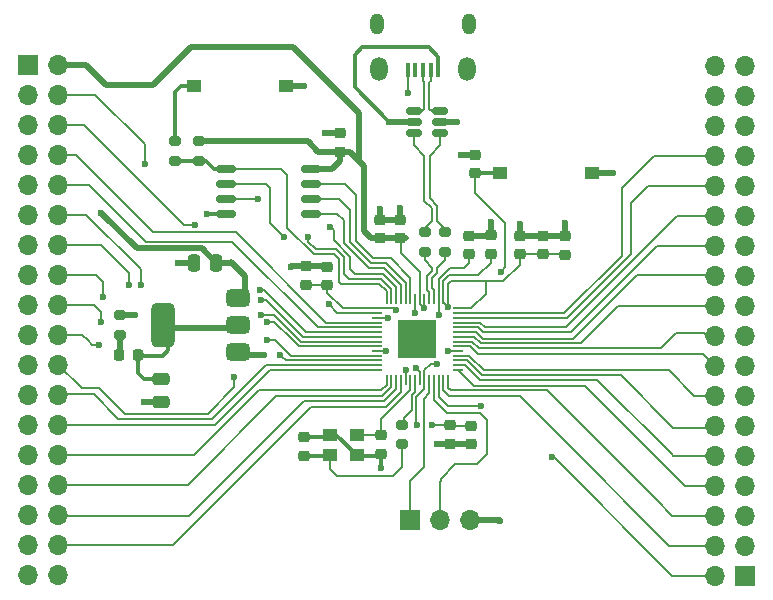
<source format=gbr>
%TF.GenerationSoftware,KiCad,Pcbnew,9.0.0*%
%TF.CreationDate,2025-07-15T18:26:09+02:00*%
%TF.ProjectId,RP2040,52503230-3430-42e6-9b69-6361645f7063,rev?*%
%TF.SameCoordinates,Original*%
%TF.FileFunction,Copper,L1,Top*%
%TF.FilePolarity,Positive*%
%FSLAX46Y46*%
G04 Gerber Fmt 4.6, Leading zero omitted, Abs format (unit mm)*
G04 Created by KiCad (PCBNEW 9.0.0) date 2025-07-15 18:26:09*
%MOMM*%
%LPD*%
G01*
G04 APERTURE LIST*
G04 Aperture macros list*
%AMRoundRect*
0 Rectangle with rounded corners*
0 $1 Rounding radius*
0 $2 $3 $4 $5 $6 $7 $8 $9 X,Y pos of 4 corners*
0 Add a 4 corners polygon primitive as box body*
4,1,4,$2,$3,$4,$5,$6,$7,$8,$9,$2,$3,0*
0 Add four circle primitives for the rounded corners*
1,1,$1+$1,$2,$3*
1,1,$1+$1,$4,$5*
1,1,$1+$1,$6,$7*
1,1,$1+$1,$8,$9*
0 Add four rect primitives between the rounded corners*
20,1,$1+$1,$2,$3,$4,$5,0*
20,1,$1+$1,$4,$5,$6,$7,0*
20,1,$1+$1,$6,$7,$8,$9,0*
20,1,$1+$1,$8,$9,$2,$3,0*%
G04 Aperture macros list end*
%TA.AperFunction,SMDPad,CuDef*%
%ADD10RoundRect,0.225000X0.250000X-0.225000X0.250000X0.225000X-0.250000X0.225000X-0.250000X-0.225000X0*%
%TD*%
%TA.AperFunction,SMDPad,CuDef*%
%ADD11RoundRect,0.225000X-0.250000X0.225000X-0.250000X-0.225000X0.250000X-0.225000X0.250000X0.225000X0*%
%TD*%
%TA.AperFunction,ComponentPad*%
%ADD12R,1.700000X1.700000*%
%TD*%
%TA.AperFunction,ComponentPad*%
%ADD13O,1.700000X1.700000*%
%TD*%
%TA.AperFunction,SMDPad,CuDef*%
%ADD14RoundRect,0.225000X-0.225000X-0.250000X0.225000X-0.250000X0.225000X0.250000X-0.225000X0.250000X0*%
%TD*%
%TA.AperFunction,SMDPad,CuDef*%
%ADD15R,1.300000X1.050000*%
%TD*%
%TA.AperFunction,SMDPad,CuDef*%
%ADD16R,1.250000X1.000000*%
%TD*%
%TA.AperFunction,SMDPad,CuDef*%
%ADD17RoundRect,0.250000X-0.475000X0.250000X-0.475000X-0.250000X0.475000X-0.250000X0.475000X0.250000X0*%
%TD*%
%TA.AperFunction,SMDPad,CuDef*%
%ADD18RoundRect,0.200000X-0.275000X0.200000X-0.275000X-0.200000X0.275000X-0.200000X0.275000X0.200000X0*%
%TD*%
%TA.AperFunction,SMDPad,CuDef*%
%ADD19RoundRect,0.200000X0.275000X-0.200000X0.275000X0.200000X-0.275000X0.200000X-0.275000X-0.200000X0*%
%TD*%
%TA.AperFunction,SMDPad,CuDef*%
%ADD20RoundRect,0.162500X-0.650000X-0.162500X0.650000X-0.162500X0.650000X0.162500X-0.650000X0.162500X0*%
%TD*%
%TA.AperFunction,SMDPad,CuDef*%
%ADD21RoundRect,0.150000X0.512500X0.150000X-0.512500X0.150000X-0.512500X-0.150000X0.512500X-0.150000X0*%
%TD*%
%TA.AperFunction,SMDPad,CuDef*%
%ADD22RoundRect,0.250000X0.250000X0.475000X-0.250000X0.475000X-0.250000X-0.475000X0.250000X-0.475000X0*%
%TD*%
%TA.AperFunction,SMDPad,CuDef*%
%ADD23R,0.450000X1.300000*%
%TD*%
%TA.AperFunction,HeatsinkPad*%
%ADD24O,1.150000X1.800000*%
%TD*%
%TA.AperFunction,HeatsinkPad*%
%ADD25O,1.450000X2.000000*%
%TD*%
%TA.AperFunction,SMDPad,CuDef*%
%ADD26RoundRect,0.050000X-0.387500X-0.050000X0.387500X-0.050000X0.387500X0.050000X-0.387500X0.050000X0*%
%TD*%
%TA.AperFunction,SMDPad,CuDef*%
%ADD27RoundRect,0.050000X-0.050000X-0.387500X0.050000X-0.387500X0.050000X0.387500X-0.050000X0.387500X0*%
%TD*%
%TA.AperFunction,HeatsinkPad*%
%ADD28R,3.200000X3.200000*%
%TD*%
%TA.AperFunction,SMDPad,CuDef*%
%ADD29RoundRect,0.375000X0.625000X0.375000X-0.625000X0.375000X-0.625000X-0.375000X0.625000X-0.375000X0*%
%TD*%
%TA.AperFunction,SMDPad,CuDef*%
%ADD30RoundRect,0.500000X0.500000X1.400000X-0.500000X1.400000X-0.500000X-1.400000X0.500000X-1.400000X0*%
%TD*%
%TA.AperFunction,ViaPad*%
%ADD31C,0.600000*%
%TD*%
%TA.AperFunction,Conductor*%
%ADD32C,0.500000*%
%TD*%
%TA.AperFunction,Conductor*%
%ADD33C,0.200000*%
%TD*%
%TA.AperFunction,Conductor*%
%ADD34C,0.300000*%
%TD*%
G04 APERTURE END LIST*
D10*
%TO.P,C9,1*%
%TO.N,+3V3*%
X159240000Y-54835000D03*
%TO.P,C9,2*%
%TO.N,GND*%
X159240000Y-53285000D03*
%TD*%
D11*
%TO.P,C3,1*%
%TO.N,+1V1*%
X155100000Y-69330000D03*
%TO.P,C3,2*%
%TO.N,GND*%
X155100000Y-70880000D03*
%TD*%
D12*
%TO.P,J1,1,Pin_1*%
%TO.N,GND*%
X117660000Y-38800000D03*
D13*
%TO.P,J1,2,Pin_2*%
%TO.N,+3V3*%
X120200000Y-38800000D03*
%TO.P,J1,3,Pin_3*%
%TO.N,GND*%
X117660000Y-41340000D03*
%TO.P,J1,4,Pin_4*%
%TO.N,GPIO0*%
X120200000Y-41340000D03*
%TO.P,J1,5,Pin_5*%
%TO.N,GND*%
X117660000Y-43880000D03*
%TO.P,J1,6,Pin_6*%
%TO.N,GPIO1*%
X120200000Y-43880000D03*
%TO.P,J1,7,Pin_7*%
%TO.N,GND*%
X117660000Y-46420000D03*
%TO.P,J1,8,Pin_8*%
%TO.N,GPIO2*%
X120200000Y-46420000D03*
%TO.P,J1,9,Pin_9*%
%TO.N,GND*%
X117660000Y-48960000D03*
%TO.P,J1,10,Pin_10*%
%TO.N,GPIO3*%
X120200000Y-48960000D03*
%TO.P,J1,11,Pin_11*%
%TO.N,GND*%
X117660000Y-51500000D03*
%TO.P,J1,12,Pin_12*%
%TO.N,GPIO4*%
X120200000Y-51500000D03*
%TO.P,J1,13,Pin_13*%
%TO.N,GND*%
X117660000Y-54040000D03*
%TO.P,J1,14,Pin_14*%
%TO.N,GPIO5*%
X120200000Y-54040000D03*
%TO.P,J1,15,Pin_15*%
%TO.N,GND*%
X117660000Y-56580000D03*
%TO.P,J1,16,Pin_16*%
%TO.N,GPIO6*%
X120200000Y-56580000D03*
%TO.P,J1,17,Pin_17*%
%TO.N,GND*%
X117660000Y-59120000D03*
%TO.P,J1,18,Pin_18*%
%TO.N,GPIO7*%
X120200000Y-59120000D03*
%TO.P,J1,19,Pin_19*%
%TO.N,GND*%
X117660000Y-61660000D03*
%TO.P,J1,20,Pin_20*%
%TO.N,GPIO8*%
X120200000Y-61660000D03*
%TO.P,J1,21,Pin_21*%
%TO.N,GND*%
X117660000Y-64200000D03*
%TO.P,J1,22,Pin_22*%
%TO.N,GPIO9*%
X120200000Y-64200000D03*
%TO.P,J1,23,Pin_23*%
%TO.N,GND*%
X117660000Y-66740000D03*
%TO.P,J1,24,Pin_24*%
%TO.N,GPIO10*%
X120200000Y-66740000D03*
%TO.P,J1,25,Pin_25*%
%TO.N,GND*%
X117660000Y-69280000D03*
%TO.P,J1,26,Pin_26*%
%TO.N,GPIO11*%
X120200000Y-69280000D03*
%TO.P,J1,27,Pin_27*%
%TO.N,GND*%
X117660000Y-71820000D03*
%TO.P,J1,28,Pin_28*%
%TO.N,GPIO12*%
X120200000Y-71820000D03*
%TO.P,J1,29,Pin_29*%
%TO.N,GND*%
X117660000Y-74360000D03*
%TO.P,J1,30,Pin_30*%
%TO.N,GPIO13*%
X120200000Y-74360000D03*
%TO.P,J1,31,Pin_31*%
%TO.N,GND*%
X117660000Y-76900000D03*
%TO.P,J1,32,Pin_32*%
%TO.N,GPIO14*%
X120200000Y-76900000D03*
%TO.P,J1,33,Pin_33*%
%TO.N,GND*%
X117660000Y-79440000D03*
%TO.P,J1,34,Pin_34*%
%TO.N,GPIO15*%
X120200000Y-79440000D03*
%TO.P,J1,35,Pin_35*%
%TO.N,GND*%
X117660000Y-81980000D03*
%TO.P,J1,36,Pin_36*%
X120200000Y-81980000D03*
%TD*%
D14*
%TO.P,D1,1,K*%
%TO.N,Net-(D1-K)*%
X125365000Y-63350000D03*
%TO.P,D1,2,A*%
%TO.N,Net-(D1-A)*%
X126915000Y-63350000D03*
%TD*%
D10*
%TO.P,C6,1*%
%TO.N,+3V3*%
X149140000Y-53450000D03*
%TO.P,C6,2*%
%TO.N,GND*%
X149140000Y-51900000D03*
%TD*%
D12*
%TO.P,SWD,1,Pin_1*%
%TO.N,SWCLK*%
X150005000Y-77340000D03*
D13*
%TO.P,SWD,2,Pin_2*%
%TO.N,SWD*%
X152545000Y-77340000D03*
%TO.P,SWD,3,Pin_3*%
%TO.N,GND*%
X155085000Y-77340000D03*
%TD*%
D15*
%TO.P,X1,1,1*%
%TO.N,XIN*%
X145452500Y-70115000D03*
%TO.P,X1,2,2*%
%TO.N,GND*%
X143152500Y-70115000D03*
%TO.P,X1,3,3*%
%TO.N,Net-(C15-Pad2)*%
X143152500Y-71865000D03*
%TO.P,X1,4,4*%
%TO.N,GND*%
X145452500Y-71865000D03*
%TD*%
D16*
%TO.P,BOOTSEL,1,A*%
%TO.N,GND*%
X139462500Y-40595000D03*
%TO.P,BOOTSEL,2,B*%
%TO.N,Net-(SW1-B)*%
X131712500Y-40595000D03*
%TD*%
D11*
%TO.P,C13,1*%
%TO.N,GND*%
X155470000Y-46420000D03*
%TO.P,C13,2*%
%TO.N,Net-(SW2-B)*%
X155470000Y-47970000D03*
%TD*%
D17*
%TO.P,C17,1*%
%TO.N,Net-(D1-A)*%
X128880000Y-65430000D03*
%TO.P,C17,2*%
%TO.N,GND*%
X128880000Y-67330000D03*
%TD*%
D18*
%TO.P,R2,1*%
%TO.N,+3V3*%
X132087500Y-45270000D03*
%TO.P,R2,2*%
%TO.N,QSPI_SS*%
X132087500Y-46920000D03*
%TD*%
%TO.P,R1,1*%
%TO.N,Net-(SW1-B)*%
X130087500Y-45270000D03*
%TO.P,R1,2*%
%TO.N,QSPI_SS*%
X130087500Y-46920000D03*
%TD*%
D11*
%TO.P,C15,1*%
%TO.N,GND*%
X140952500Y-70340000D03*
%TO.P,C15,2*%
%TO.N,Net-(C15-Pad2)*%
X140952500Y-71890000D03*
%TD*%
D10*
%TO.P,C8,1*%
%TO.N,+3V3*%
X161240000Y-54835000D03*
%TO.P,C8,2*%
%TO.N,GND*%
X161240000Y-53285000D03*
%TD*%
D16*
%TO.P,RESET,1,A*%
%TO.N,GND*%
X165345000Y-47920000D03*
%TO.P,RESET,2,B*%
%TO.N,Net-(SW2-B)*%
X157595000Y-47920000D03*
%TD*%
D19*
%TO.P,R6,1*%
%TO.N,Net-(D1-K)*%
X125370000Y-61640000D03*
%TO.P,R6,2*%
%TO.N,GND*%
X125370000Y-59990000D03*
%TD*%
D10*
%TO.P,C4,1*%
%TO.N,+3V3*%
X142930000Y-57420000D03*
%TO.P,C4,2*%
%TO.N,GND*%
X142930000Y-55870000D03*
%TD*%
D11*
%TO.P,C2,1*%
%TO.N,+1V1*%
X153340000Y-69310000D03*
%TO.P,C2,2*%
%TO.N,GND*%
X153340000Y-70860000D03*
%TD*%
D10*
%TO.P,C1,1*%
%TO.N,+3V3*%
X144020000Y-46150000D03*
%TO.P,C1,2*%
%TO.N,GND*%
X144020000Y-44600000D03*
%TD*%
D12*
%TO.P,J2,1,Pin_1*%
%TO.N,GND*%
X178300000Y-82040000D03*
D13*
%TO.P,J2,2,Pin_2*%
%TO.N,+3V3*%
X175760000Y-82040000D03*
%TO.P,J2,3,Pin_3*%
%TO.N,GND*%
X178300000Y-79500000D03*
%TO.P,J2,4,Pin_4*%
%TO.N,GPIO16*%
X175760000Y-79500000D03*
%TO.P,J2,5,Pin_5*%
%TO.N,GND*%
X178300000Y-76960000D03*
%TO.P,J2,6,Pin_6*%
%TO.N,GPIO17*%
X175760000Y-76960000D03*
%TO.P,J2,7,Pin_7*%
%TO.N,GND*%
X178300000Y-74420000D03*
%TO.P,J2,8,Pin_8*%
%TO.N,GPIO18*%
X175760000Y-74420000D03*
%TO.P,J2,9,Pin_9*%
%TO.N,GND*%
X178300000Y-71880000D03*
%TO.P,J2,10,Pin_10*%
%TO.N,GPIO19*%
X175760000Y-71880000D03*
%TO.P,J2,11,Pin_11*%
%TO.N,GND*%
X178300000Y-69340000D03*
%TO.P,J2,12,Pin_12*%
%TO.N,GPIO20*%
X175760000Y-69340000D03*
%TO.P,J2,13,Pin_13*%
%TO.N,GND*%
X178300000Y-66800000D03*
%TO.P,J2,14,Pin_14*%
%TO.N,GPIO21*%
X175760000Y-66800000D03*
%TO.P,J2,15,Pin_15*%
%TO.N,GND*%
X178300000Y-64260000D03*
%TO.P,J2,16,Pin_16*%
%TO.N,GPIO22*%
X175760000Y-64260000D03*
%TO.P,J2,17,Pin_17*%
%TO.N,GND*%
X178300000Y-61720000D03*
%TO.P,J2,18,Pin_18*%
%TO.N,GPIO23*%
X175760000Y-61720000D03*
%TO.P,J2,19,Pin_19*%
%TO.N,GND*%
X178300000Y-59180000D03*
%TO.P,J2,20,Pin_20*%
%TO.N,GPIO24*%
X175760000Y-59180000D03*
%TO.P,J2,21,Pin_21*%
%TO.N,GND*%
X178300000Y-56640000D03*
%TO.P,J2,22,Pin_22*%
%TO.N,GPIO25*%
X175760000Y-56640000D03*
%TO.P,J2,23,Pin_23*%
%TO.N,GND*%
X178300000Y-54100000D03*
%TO.P,J2,24,Pin_24*%
%TO.N,GPIO26_ADC0*%
X175760000Y-54100000D03*
%TO.P,J2,25,Pin_25*%
%TO.N,GND*%
X178300000Y-51560000D03*
%TO.P,J2,26,Pin_26*%
%TO.N,GPIO27_ADC1*%
X175760000Y-51560000D03*
%TO.P,J2,27,Pin_27*%
%TO.N,GND*%
X178300000Y-49020000D03*
%TO.P,J2,28,Pin_28*%
%TO.N,GPIO28_ADC2*%
X175760000Y-49020000D03*
%TO.P,J2,29,Pin_29*%
%TO.N,GND*%
X178300000Y-46480000D03*
%TO.P,J2,30,Pin_30*%
%TO.N,GPIO29_ADC3*%
X175760000Y-46480000D03*
%TO.P,J2,31,Pin_31*%
%TO.N,GND*%
X178300000Y-43940000D03*
%TO.P,J2,32,Pin_32*%
%TO.N,unconnected-(J2-Pin_32-Pad32)*%
X175760000Y-43940000D03*
%TO.P,J2,33,Pin_33*%
%TO.N,GND*%
X178300000Y-41400000D03*
%TO.P,J2,34,Pin_34*%
%TO.N,unconnected-(J2-Pin_34-Pad34)*%
X175760000Y-41400000D03*
%TO.P,J2,35,Pin_35*%
%TO.N,GND*%
X178300000Y-38860000D03*
%TO.P,J2,36,Pin_36*%
X175760000Y-38860000D03*
%TD*%
D20*
%TO.P,U1,1,~{CS}*%
%TO.N,QSPI_SS*%
X134412500Y-47595000D03*
%TO.P,U1,2,DO/IO_{1}*%
%TO.N,QSPI_SD1*%
X134412500Y-48865000D03*
%TO.P,U1,3,~{WP}/IO_{2}*%
%TO.N,QSPI_SD2*%
X134412500Y-50135000D03*
%TO.P,U1,4,GND*%
%TO.N,GND*%
X134412500Y-51405000D03*
%TO.P,U1,5,DI/IO_{0}*%
%TO.N,QSPI_SD0*%
X141587500Y-51405000D03*
%TO.P,U1,6,CLK*%
%TO.N,QSPI_SCLK*%
X141587500Y-50135000D03*
%TO.P,U1,7,~{HOLD}/~{RESET}/IO_{3}*%
%TO.N,QSPI_SD3*%
X141587500Y-48865000D03*
%TO.P,U1,8,VCC*%
%TO.N,+3V3*%
X141587500Y-47595000D03*
%TD*%
D10*
%TO.P,C5,1*%
%TO.N,+3V3*%
X141120000Y-57415000D03*
%TO.P,C5,2*%
%TO.N,GND*%
X141120000Y-55865000D03*
%TD*%
%TO.P,C14,1*%
%TO.N,GND*%
X147507500Y-71720000D03*
%TO.P,C14,2*%
%TO.N,XIN*%
X147507500Y-70170000D03*
%TD*%
D21*
%TO.P,U3,1,I/O1*%
%TO.N,/U_D-*%
X152545000Y-44600000D03*
%TO.P,U3,2,GND*%
%TO.N,GND*%
X152545000Y-43650000D03*
%TO.P,U3,3,I/O2*%
%TO.N,USB_CONN_D-*%
X152545000Y-42700000D03*
%TO.P,U3,4,I/O2*%
%TO.N,USB_CONN_D+*%
X150270000Y-42700000D03*
%TO.P,U3,5,VBUS*%
%TO.N,VBUS*%
X150270000Y-43650000D03*
%TO.P,U3,6,I/O1*%
%TO.N,/U_D+*%
X150270000Y-44600000D03*
%TD*%
D10*
%TO.P,C11,1*%
%TO.N,+1V1*%
X154980000Y-54830000D03*
%TO.P,C11,2*%
%TO.N,GND*%
X154980000Y-53280000D03*
%TD*%
D22*
%TO.P,C16,1*%
%TO.N,VBUS*%
X133580000Y-55540000D03*
%TO.P,C16,2*%
%TO.N,GND*%
X131680000Y-55540000D03*
%TD*%
D10*
%TO.P,C10,1*%
%TO.N,+3V3*%
X163110000Y-54855000D03*
%TO.P,C10,2*%
%TO.N,GND*%
X163110000Y-53305000D03*
%TD*%
D18*
%TO.P,R4,1*%
%TO.N,/U_D-*%
X152895000Y-52985000D03*
%TO.P,R4,2*%
%TO.N,/USB_D-*%
X152895000Y-54635000D03*
%TD*%
D19*
%TO.P,R5,1*%
%TO.N,Net-(C15-Pad2)*%
X149287500Y-70930000D03*
%TO.P,R5,2*%
%TO.N,XOUT*%
X149287500Y-69280000D03*
%TD*%
D10*
%TO.P,C7,1*%
%TO.N,+3V3*%
X147410000Y-53470000D03*
%TO.P,C7,2*%
%TO.N,GND*%
X147410000Y-51920000D03*
%TD*%
D23*
%TO.P,USB,1,VBUS*%
%TO.N,VBUS*%
X152355000Y-39205000D03*
%TO.P,USB,2,D-*%
%TO.N,USB_CONN_D-*%
X151705000Y-39205000D03*
%TO.P,USB,3,D+*%
%TO.N,USB_CONN_D+*%
X151055000Y-39205000D03*
%TO.P,USB,4,ID*%
%TO.N,unconnected-(J4-ID-Pad4)*%
X150405000Y-39205000D03*
%TO.P,USB,5,GND*%
%TO.N,GND*%
X149755000Y-39205000D03*
D24*
%TO.P,USB,6,Shield*%
X154930000Y-35355000D03*
D25*
X154780000Y-39155000D03*
X147330000Y-39155000D03*
D24*
X147180000Y-35355000D03*
%TD*%
D26*
%TO.P,U2,1,IOVDD*%
%TO.N,+3V3*%
X147147500Y-59420000D03*
%TO.P,U2,2,GPIO0*%
%TO.N,GPIO0*%
X147147500Y-59820000D03*
%TO.P,U2,3,GPIO1*%
%TO.N,GPIO1*%
X147147500Y-60220000D03*
%TO.P,U2,4,GPIO2*%
%TO.N,GPIO2*%
X147147500Y-60620000D03*
%TO.P,U2,5,GPIO3*%
%TO.N,GPIO3*%
X147147500Y-61020000D03*
%TO.P,U2,6,GPIO4*%
%TO.N,GPIO4*%
X147147500Y-61420000D03*
%TO.P,U2,7,GPIO5*%
%TO.N,GPIO5*%
X147147500Y-61820000D03*
%TO.P,U2,8,GPIO6*%
%TO.N,GPIO6*%
X147147500Y-62220000D03*
%TO.P,U2,9,GPIO7*%
%TO.N,GPIO7*%
X147147500Y-62620000D03*
%TO.P,U2,10,IOVDD*%
%TO.N,+3V3*%
X147147500Y-63020000D03*
%TO.P,U2,11,GPIO8*%
%TO.N,GPIO8*%
X147147500Y-63420000D03*
%TO.P,U2,12,GPIO9*%
%TO.N,GPIO9*%
X147147500Y-63820000D03*
%TO.P,U2,13,GPIO10*%
%TO.N,GPIO10*%
X147147500Y-64220000D03*
%TO.P,U2,14,GPIO11*%
%TO.N,GPIO11*%
X147147500Y-64620000D03*
D27*
%TO.P,U2,15,GPIO12*%
%TO.N,GPIO12*%
X147985000Y-65457500D03*
%TO.P,U2,16,GPIO13*%
%TO.N,GPIO13*%
X148385000Y-65457500D03*
%TO.P,U2,17,GPIO14*%
%TO.N,GPIO14*%
X148785000Y-65457500D03*
%TO.P,U2,18,GPIO15*%
%TO.N,GPIO15*%
X149185000Y-65457500D03*
%TO.P,U2,19,TESTEN*%
%TO.N,GND*%
X149585000Y-65457500D03*
%TO.P,U2,20,XIN*%
%TO.N,XIN*%
X149985000Y-65457500D03*
%TO.P,U2,21,XOUT*%
%TO.N,XOUT*%
X150385000Y-65457500D03*
%TO.P,U2,22,IOVDD*%
%TO.N,+3V3*%
X150785000Y-65457500D03*
%TO.P,U2,23,DVDD*%
%TO.N,+1V1*%
X151185000Y-65457500D03*
%TO.P,U2,24,SWCLK*%
%TO.N,SWCLK*%
X151585000Y-65457500D03*
%TO.P,U2,25,SWD*%
%TO.N,SWD*%
X151985000Y-65457500D03*
%TO.P,U2,26,RUN*%
%TO.N,Net-(SW2-B)*%
X152385000Y-65457500D03*
%TO.P,U2,27,GPIO16*%
%TO.N,GPIO16*%
X152785000Y-65457500D03*
%TO.P,U2,28,GPIO17*%
%TO.N,GPIO17*%
X153185000Y-65457500D03*
D26*
%TO.P,U2,29,GPIO18*%
%TO.N,GPIO18*%
X154022500Y-64620000D03*
%TO.P,U2,30,GPIO19*%
%TO.N,GPIO19*%
X154022500Y-64220000D03*
%TO.P,U2,31,GPIO20*%
%TO.N,GPIO20*%
X154022500Y-63820000D03*
%TO.P,U2,32,GPIO21*%
%TO.N,GPIO21*%
X154022500Y-63420000D03*
%TO.P,U2,33,IOVDD*%
%TO.N,+3V3*%
X154022500Y-63020000D03*
%TO.P,U2,34,GPIO22*%
%TO.N,GPIO22*%
X154022500Y-62620000D03*
%TO.P,U2,35,GPIO23*%
%TO.N,GPIO23*%
X154022500Y-62220000D03*
%TO.P,U2,36,GPIO24*%
%TO.N,GPIO24*%
X154022500Y-61820000D03*
%TO.P,U2,37,GPIO25*%
%TO.N,GPIO25*%
X154022500Y-61420000D03*
%TO.P,U2,38,GPIO26_ADC0*%
%TO.N,GPIO26_ADC0*%
X154022500Y-61020000D03*
%TO.P,U2,39,GPIO27_ADC1*%
%TO.N,GPIO27_ADC1*%
X154022500Y-60620000D03*
%TO.P,U2,40,GPIO28_ADC2*%
%TO.N,GPIO28_ADC2*%
X154022500Y-60220000D03*
%TO.P,U2,41,GPIO29_ADC3*%
%TO.N,GPIO29_ADC3*%
X154022500Y-59820000D03*
%TO.P,U2,42,IOVDD*%
%TO.N,+3V3*%
X154022500Y-59420000D03*
D27*
%TO.P,U2,43,ADC_AVDD*%
X153185000Y-58582500D03*
%TO.P,U2,44,VREG_IN*%
X152785000Y-58582500D03*
%TO.P,U2,45,VREG_VOUT*%
%TO.N,+1V1*%
X152385000Y-58582500D03*
%TO.P,U2,46,USB_DM*%
%TO.N,/USB_D-*%
X151985000Y-58582500D03*
%TO.P,U2,47,USB_DP*%
%TO.N,/USB_D+*%
X151585000Y-58582500D03*
%TO.P,U2,48,USB_VDD*%
%TO.N,+3V3*%
X151185000Y-58582500D03*
%TO.P,U2,49,IOVDD*%
X150785000Y-58582500D03*
%TO.P,U2,50,DVDD*%
%TO.N,+1V1*%
X150385000Y-58582500D03*
%TO.P,U2,51,QSPI_SD3*%
%TO.N,QSPI_SD3*%
X149985000Y-58582500D03*
%TO.P,U2,52,QSPI_SCLK*%
%TO.N,QSPI_SCLK*%
X149585000Y-58582500D03*
%TO.P,U2,53,QSPI_SD0*%
%TO.N,QSPI_SD0*%
X149185000Y-58582500D03*
%TO.P,U2,54,QSPI_SD2*%
%TO.N,QSPI_SD2*%
X148785000Y-58582500D03*
%TO.P,U2,55,QSPI_SD1*%
%TO.N,QSPI_SD1*%
X148385000Y-58582500D03*
%TO.P,U2,56,QSPI_SS*%
%TO.N,QSPI_SS*%
X147985000Y-58582500D03*
D28*
%TO.P,U2,57,GND*%
%TO.N,GND*%
X150585000Y-62020000D03*
%TD*%
D18*
%TO.P,R3,1*%
%TO.N,/U_D+*%
X151220000Y-52985000D03*
%TO.P,R3,2*%
%TO.N,/USB_D+*%
X151220000Y-54635000D03*
%TD*%
D29*
%TO.P,U4,1,GND*%
%TO.N,GND*%
X135360000Y-63090000D03*
%TO.P,U4,2,VO*%
%TO.N,Net-(D1-A)*%
X135360000Y-60790000D03*
D30*
X129060000Y-60790000D03*
D29*
%TO.P,U4,3,VI*%
%TO.N,VBUS*%
X135360000Y-58490000D03*
%TD*%
D10*
%TO.P,C12,1*%
%TO.N,+3V3*%
X156780000Y-54770000D03*
%TO.P,C12,2*%
%TO.N,GND*%
X156780000Y-53220000D03*
%TD*%
D31*
%TO.N,GND*%
X149530000Y-61080000D03*
X127425000Y-67325000D03*
X149540000Y-62020000D03*
X132760000Y-51405000D03*
X137590000Y-63370000D03*
X159240000Y-52230000D03*
X156790000Y-52110000D03*
X163110000Y-52200000D03*
X150585000Y-62020000D03*
X151600000Y-61990000D03*
X149597315Y-64635185D03*
X150570000Y-63020000D03*
X142770000Y-44570000D03*
X154260000Y-46440000D03*
X140960000Y-40600000D03*
X151590000Y-61150000D03*
X153980000Y-43660000D03*
X152280000Y-70860000D03*
X130280000Y-55540000D03*
X149135000Y-50900000D03*
X167120000Y-47920000D03*
X157600000Y-77380000D03*
X139920000Y-55870000D03*
X147425000Y-50960000D03*
X150560000Y-61140000D03*
X151600000Y-63020000D03*
X149770000Y-41190000D03*
X126710000Y-59990000D03*
X149530000Y-63070000D03*
X147517500Y-72910000D03*
%TO.N,+3V3*%
X162020000Y-71960000D03*
X151146290Y-59360491D03*
X150490000Y-64490000D03*
X153180000Y-59300000D03*
X147967668Y-63029497D03*
X148794923Y-59520000D03*
X153160000Y-63020000D03*
%TO.N,+1V1*%
X150520000Y-69320000D03*
X152240000Y-64130000D03*
X150385000Y-59805000D03*
X152426391Y-59982128D03*
X151800000Y-69310000D03*
%TO.N,Net-(SW2-B)*%
X157630000Y-56310000D03*
X156010000Y-67660000D03*
%TO.N,VBUS*%
X123830000Y-51320000D03*
X148200000Y-43650000D03*
%TO.N,GPIO8*%
X137830000Y-62060000D03*
X123610000Y-62520000D03*
%TO.N,GPIO7*%
X123790000Y-60550000D03*
X137860000Y-60560000D03*
%TO.N,GPIO6*%
X123960000Y-58470000D03*
X137349944Y-59943683D03*
%TO.N,GPIO9*%
X135100000Y-65250000D03*
X138955735Y-63344265D03*
%TO.N,GPIO5*%
X137340000Y-58660000D03*
X126180000Y-57450000D03*
%TO.N,GPIO4*%
X137275347Y-57862614D03*
X127150000Y-57410000D03*
%TO.N,GPIO0*%
X127490000Y-47170000D03*
X143065735Y-59074265D03*
%TO.N,GPIO1*%
X131750000Y-52330000D03*
X148140000Y-60210000D03*
%TO.N,QSPI_SD2*%
X143225000Y-52505000D03*
X137120000Y-50130000D03*
%TO.N,QSPI_SD1*%
X139270000Y-53400000D03*
X141300000Y-53370000D03*
%TD*%
D32*
%TO.N,GND*%
X155085000Y-77340000D02*
X155085000Y-76885000D01*
D33*
X149590000Y-64740000D02*
X149590000Y-64642500D01*
X139925000Y-55865000D02*
X139920000Y-55870000D01*
D32*
X127425000Y-67325000D02*
X127420000Y-67320000D01*
D33*
X142925000Y-55865000D02*
X142930000Y-55870000D01*
D32*
X153340000Y-70860000D02*
X155080000Y-70860000D01*
X131680000Y-55540000D02*
X130280000Y-55540000D01*
X135800000Y-63370000D02*
X137590000Y-63370000D01*
X155470000Y-46420000D02*
X154280000Y-46420000D01*
D34*
X145927500Y-71940000D02*
X147552500Y-71940000D01*
D33*
X159175000Y-53220000D02*
X159240000Y-53285000D01*
X149755000Y-41175000D02*
X149770000Y-41190000D01*
D32*
X142800000Y-44600000D02*
X142770000Y-44570000D01*
X149140000Y-50905000D02*
X149135000Y-50900000D01*
X156780000Y-53220000D02*
X156780000Y-52120000D01*
X165345000Y-47920000D02*
X167120000Y-47920000D01*
D34*
X147507500Y-71720000D02*
X147507500Y-72900000D01*
X147507500Y-72900000D02*
X147517500Y-72910000D01*
D32*
X159240000Y-53285000D02*
X159240000Y-52230000D01*
D33*
X156780000Y-52120000D02*
X156790000Y-52110000D01*
D34*
X143702500Y-70115000D02*
X145452500Y-71865000D01*
D32*
X157560000Y-77340000D02*
X157600000Y-77380000D01*
D33*
X163090000Y-53285000D02*
X163110000Y-53305000D01*
D34*
X134412500Y-51405000D02*
X132760000Y-51405000D01*
D32*
X163110000Y-53305000D02*
X163110000Y-52200000D01*
X127430000Y-67330000D02*
X127425000Y-67325000D01*
X149140000Y-51900000D02*
X149140000Y-50905000D01*
X141120000Y-55865000D02*
X142925000Y-55865000D01*
X140955000Y-40595000D02*
X140960000Y-40600000D01*
X128880000Y-67330000D02*
X127430000Y-67330000D01*
X125370000Y-59990000D02*
X126710000Y-59990000D01*
D34*
X147282500Y-71945000D02*
X147507500Y-71720000D01*
D32*
X155085000Y-76885000D02*
X155470000Y-77270000D01*
X147410000Y-50975000D02*
X147425000Y-50960000D01*
X149120000Y-51920000D02*
X149140000Y-51900000D01*
D33*
X149590000Y-64642500D02*
X149597315Y-64635185D01*
X149755000Y-39205000D02*
X149755000Y-41175000D01*
D32*
X155080000Y-70860000D02*
X155100000Y-70880000D01*
X153340000Y-70860000D02*
X152280000Y-70860000D01*
X139462500Y-40595000D02*
X140955000Y-40595000D01*
D34*
X142927500Y-70340000D02*
X143152500Y-70115000D01*
D32*
X147410000Y-51920000D02*
X149120000Y-51920000D01*
D34*
X132735000Y-51405000D02*
X132720000Y-51420000D01*
D33*
X163110000Y-52200000D02*
X163110000Y-52160000D01*
D32*
X147410000Y-51920000D02*
X147410000Y-50975000D01*
D34*
X132760000Y-51405000D02*
X132735000Y-51405000D01*
X153970000Y-43650000D02*
X153980000Y-43660000D01*
D32*
X159240000Y-53285000D02*
X163090000Y-53285000D01*
D33*
X149585000Y-65457500D02*
X149585000Y-64745000D01*
D32*
X155085000Y-77340000D02*
X157560000Y-77340000D01*
D33*
X156720000Y-53280000D02*
X156780000Y-53220000D01*
X149585000Y-64745000D02*
X149590000Y-64740000D01*
D32*
X152675000Y-43650000D02*
X153970000Y-43650000D01*
D33*
X159240000Y-52230000D02*
X159230000Y-52220000D01*
D32*
X144020000Y-44600000D02*
X142800000Y-44600000D01*
D34*
X140952500Y-70340000D02*
X142927500Y-70340000D01*
X143152500Y-70115000D02*
X143702500Y-70115000D01*
D32*
X154980000Y-53280000D02*
X156720000Y-53280000D01*
X154280000Y-46420000D02*
X154260000Y-46440000D01*
X141120000Y-55865000D02*
X139925000Y-55865000D01*
D33*
%TO.N,+3V3*%
X153185000Y-58582500D02*
X153185000Y-59295000D01*
D32*
X131430000Y-37290000D02*
X140060000Y-37290000D01*
D33*
X153290000Y-56610000D02*
X155700000Y-56610000D01*
X144260000Y-59420000D02*
X146110000Y-59420000D01*
X159240000Y-55730000D02*
X159240000Y-54835000D01*
X152785000Y-58582500D02*
X152785000Y-58905000D01*
X147147500Y-63020000D02*
X147890000Y-63020000D01*
X152785000Y-58905000D02*
X153180000Y-59300000D01*
D32*
X120200000Y-38800000D02*
X122310000Y-38800000D01*
X146050000Y-47340000D02*
X146050000Y-52880000D01*
D33*
X155100000Y-59420000D02*
X156360000Y-58160000D01*
X150810000Y-56300000D02*
X149190000Y-54680000D01*
D32*
X142180000Y-46150000D02*
X144020000Y-46150000D01*
D33*
X151149509Y-59360491D02*
X151146290Y-59360491D01*
D32*
X149585000Y-53470000D02*
X148910000Y-53470000D01*
D33*
X148794923Y-59520000D02*
X148693923Y-59419000D01*
X150785000Y-65457500D02*
X150785000Y-64785000D01*
X150785000Y-64785000D02*
X150490000Y-64490000D01*
X156780000Y-55530000D02*
X156780000Y-54770000D01*
X142930000Y-58090000D02*
X144260000Y-59420000D01*
D32*
X122330000Y-38820000D02*
X122500000Y-38820000D01*
D33*
X156360000Y-57140000D02*
X156340000Y-57120000D01*
D32*
X140060000Y-37290000D02*
X145630000Y-42860000D01*
D33*
X153185000Y-57385000D02*
X153450000Y-57120000D01*
X151185000Y-59325000D02*
X151149509Y-59360491D01*
D32*
X122500000Y-38820000D02*
X124210000Y-40530000D01*
X145630000Y-46920000D02*
X146050000Y-47340000D01*
D33*
X148693923Y-59419000D02*
X147147500Y-59419000D01*
D32*
X124210000Y-40530000D02*
X128190000Y-40530000D01*
X143355000Y-47595000D02*
X141587500Y-47595000D01*
D33*
X146110000Y-59420000D02*
X147147500Y-59420000D01*
X141120000Y-57415000D02*
X142925000Y-57415000D01*
D32*
X144860000Y-46150000D02*
X146050000Y-47340000D01*
D33*
X162100000Y-71960000D02*
X162020000Y-71960000D01*
X153450000Y-57120000D02*
X156340000Y-57120000D01*
X152785000Y-58582500D02*
X152785000Y-57115000D01*
X156360000Y-58160000D02*
X156360000Y-57140000D01*
X150785000Y-58582500D02*
X150785000Y-58999201D01*
X162160000Y-72020000D02*
X162100000Y-71960000D01*
X156340000Y-57120000D02*
X157850000Y-57120000D01*
D32*
X144020000Y-46930000D02*
X143355000Y-47595000D01*
D33*
X154022500Y-63020000D02*
X153160000Y-63020000D01*
X163090000Y-54835000D02*
X163110000Y-54855000D01*
X175760000Y-82040000D02*
X172180000Y-82040000D01*
D32*
X144020000Y-46150000D02*
X144860000Y-46150000D01*
X147410000Y-53470000D02*
X148910000Y-53470000D01*
D33*
X159240000Y-54835000D02*
X159285000Y-54835000D01*
X159285000Y-54835000D02*
X159305000Y-54855000D01*
X150785000Y-58999201D02*
X151146290Y-59360491D01*
D32*
X141300000Y-45270000D02*
X142180000Y-46150000D01*
D33*
X157850000Y-57120000D02*
X159240000Y-55730000D01*
X153185000Y-59295000D02*
X153180000Y-59300000D01*
X150785000Y-58582500D02*
X150810000Y-58557500D01*
D32*
X146640000Y-53470000D02*
X147410000Y-53470000D01*
D33*
X154022500Y-59420000D02*
X155100000Y-59420000D01*
X159240000Y-54835000D02*
X163090000Y-54835000D01*
X142925000Y-57415000D02*
X142930000Y-57420000D01*
X147900000Y-63010000D02*
X147919497Y-63029497D01*
X142930000Y-57420000D02*
X142930000Y-58090000D01*
D32*
X128190000Y-40530000D02*
X131430000Y-37290000D01*
X145630000Y-42860000D02*
X145630000Y-46920000D01*
D33*
X152785000Y-57115000D02*
X153290000Y-56610000D01*
D32*
X144020000Y-46150000D02*
X144020000Y-46930000D01*
D33*
X172180000Y-82040000D02*
X162160000Y-72020000D01*
X149190000Y-54680000D02*
X149190000Y-53775000D01*
X151185000Y-58582500D02*
X151185000Y-59325000D01*
X153185000Y-58582500D02*
X153185000Y-57385000D01*
D32*
X132087500Y-45270000D02*
X141300000Y-45270000D01*
D33*
X149190000Y-53775000D02*
X148885000Y-53470000D01*
X147890000Y-63020000D02*
X147900000Y-63010000D01*
D32*
X122310000Y-38800000D02*
X122330000Y-38820000D01*
X146050000Y-52880000D02*
X146640000Y-53470000D01*
D33*
X147919497Y-63029497D02*
X147967668Y-63029497D01*
X155700000Y-56610000D02*
X156780000Y-55530000D01*
X150810000Y-58557500D02*
X150810000Y-56300000D01*
%TO.N,+1V1*%
X153360000Y-69330000D02*
X153340000Y-69310000D01*
X152385000Y-58582500D02*
X152385000Y-56945000D01*
X151185000Y-64655000D02*
X151710000Y-64130000D01*
X151185000Y-66275000D02*
X151185000Y-65457500D01*
X150385000Y-59805000D02*
X150385000Y-58582500D01*
X150520000Y-69320000D02*
X150520000Y-69010000D01*
X153330000Y-56000000D02*
X154560000Y-56000000D01*
X155100000Y-69330000D02*
X153360000Y-69330000D01*
X152426391Y-59906391D02*
X152385000Y-59865000D01*
X152426391Y-59982128D02*
X152426391Y-59836391D01*
X152385000Y-59795000D02*
X152385000Y-58582500D01*
X150510000Y-66950000D02*
X151185000Y-66275000D01*
X154980000Y-55580000D02*
X154980000Y-54830000D01*
X153340000Y-69310000D02*
X151800000Y-69310000D01*
X151185000Y-65457500D02*
X151185000Y-64655000D01*
X152426391Y-59982128D02*
X152426391Y-59906391D01*
X150510000Y-69000000D02*
X150510000Y-66950000D01*
X154560000Y-56000000D02*
X154980000Y-55580000D01*
X151710000Y-64130000D02*
X152240000Y-64130000D01*
X152385000Y-56945000D02*
X153330000Y-56000000D01*
X152426391Y-59836391D02*
X152385000Y-59795000D01*
X150520000Y-69010000D02*
X150510000Y-69000000D01*
D34*
%TO.N,Net-(SW2-B)*%
X157630000Y-56310000D02*
X157640000Y-56310000D01*
D33*
X158010000Y-52220000D02*
X158010000Y-55940000D01*
D34*
X157595000Y-47920000D02*
X155520000Y-47920000D01*
D33*
X158010000Y-55940000D02*
X157640000Y-56310000D01*
X153140000Y-67640000D02*
X153160000Y-67660000D01*
X152385000Y-66885000D02*
X153140000Y-67640000D01*
D34*
X157600000Y-56310000D02*
X157630000Y-56310000D01*
D33*
X153160000Y-67660000D02*
X156010000Y-67660000D01*
D34*
X155520000Y-47920000D02*
X155470000Y-47970000D01*
D33*
X152385000Y-65457500D02*
X152385000Y-66885000D01*
X155470000Y-49680000D02*
X158010000Y-52220000D01*
X155470000Y-47970000D02*
X155470000Y-49680000D01*
%TO.N,XIN*%
X145477500Y-70090000D02*
X145452500Y-70115000D01*
X147507500Y-70170000D02*
X147507500Y-68772500D01*
X147507500Y-68772500D02*
X149985000Y-66295000D01*
X149985000Y-66295000D02*
X149985000Y-65457500D01*
X147777500Y-70165000D02*
X145952500Y-70165000D01*
%TO.N,Net-(C15-Pad2)*%
X148517500Y-73640000D02*
X143777500Y-73640000D01*
X143152500Y-73015000D02*
X143152500Y-71865000D01*
X149287500Y-70930000D02*
X149287500Y-72870000D01*
D34*
X143127500Y-71890000D02*
X143152500Y-71865000D01*
D33*
X149287500Y-72870000D02*
X148517500Y-73640000D01*
X143777500Y-73640000D02*
X143152500Y-73015000D01*
D34*
X140952500Y-71890000D02*
X143127500Y-71890000D01*
D32*
%TO.N,VBUS*%
X135970000Y-56630000D02*
X135970000Y-57880000D01*
D34*
X148120000Y-43530000D02*
X145290000Y-40700000D01*
D32*
X132351000Y-54311000D02*
X126821000Y-54311000D01*
D34*
X145926000Y-37304000D02*
X151534000Y-37304000D01*
D32*
X134820000Y-55540000D02*
X134850000Y-55510000D01*
D34*
X148200000Y-43650000D02*
X148320000Y-43530000D01*
X145290000Y-40700000D02*
X145290000Y-37940000D01*
D32*
X133580000Y-55540000D02*
X132351000Y-54311000D01*
X134850000Y-55510000D02*
X135970000Y-56630000D01*
X148200000Y-43650000D02*
X150270000Y-43650000D01*
D34*
X145290000Y-37940000D02*
X145926000Y-37304000D01*
X151534000Y-37304000D02*
X152355000Y-38125000D01*
D32*
X126821000Y-54311000D02*
X123830000Y-51320000D01*
D34*
X148320000Y-43530000D02*
X148120000Y-43530000D01*
X152355000Y-38125000D02*
X152355000Y-39205000D01*
D32*
X135970000Y-57880000D02*
X135360000Y-58490000D01*
X133580000Y-55540000D02*
X134820000Y-55540000D01*
D34*
%TO.N,Net-(D1-A)*%
X127460000Y-65430000D02*
X128880000Y-65430000D01*
X127225000Y-63510000D02*
X127225000Y-63410000D01*
X129500000Y-61070000D02*
X129500000Y-62960000D01*
X126915000Y-63350000D02*
X126915000Y-64885000D01*
X126915000Y-64885000D02*
X127460000Y-65430000D01*
X129500000Y-62960000D02*
X129050000Y-63410000D01*
X129050000Y-63410000D02*
X127285000Y-63410000D01*
X127285000Y-63410000D02*
X127285000Y-63285000D01*
D32*
X135800000Y-61070000D02*
X129500000Y-61070000D01*
%TO.N,Net-(D1-K)*%
X125370000Y-61640000D02*
X125370000Y-63345000D01*
X125370000Y-63345000D02*
X125365000Y-63350000D01*
D33*
%TO.N,GPIO8*%
X122670000Y-62110000D02*
X123080000Y-62520000D01*
X120200000Y-61660000D02*
X122220000Y-61660000D01*
X123080000Y-62520000D02*
X123610000Y-62520000D01*
X139120000Y-62660000D02*
X139100000Y-62660000D01*
X147147500Y-63420000D02*
X139880000Y-63420000D01*
X138500000Y-62060000D02*
X137830000Y-62060000D01*
X122220000Y-61660000D02*
X122670000Y-62110000D01*
X139100000Y-62660000D02*
X138500000Y-62060000D01*
X139880000Y-63420000D02*
X139120000Y-62660000D01*
%TO.N,GPIO7*%
X140020000Y-62100000D02*
X138480000Y-60560000D01*
X123170000Y-59120000D02*
X123790000Y-59740000D01*
X140540000Y-62620000D02*
X140020000Y-62100000D01*
X138480000Y-60560000D02*
X137860000Y-60560000D01*
X147147500Y-62620000D02*
X140540000Y-62620000D01*
X123790000Y-59740000D02*
X123790000Y-60550000D01*
X120200000Y-59120000D02*
X123170000Y-59120000D01*
%TO.N,GPIO2*%
X142860000Y-60620000D02*
X135200000Y-52960000D01*
X147147500Y-60620000D02*
X142860000Y-60620000D01*
X121700000Y-46420000D02*
X120200000Y-46420000D01*
X128240000Y-52960000D02*
X121700000Y-46420000D01*
X135200000Y-52960000D02*
X128240000Y-52960000D01*
%TO.N,GPIO6*%
X147147500Y-62220000D02*
X140707100Y-62220000D01*
X138430783Y-59943683D02*
X137349944Y-59943683D01*
X120200000Y-56580000D02*
X123380000Y-56580000D01*
X140707100Y-62220000D02*
X138430783Y-59943683D01*
X137349944Y-59943683D02*
X137356261Y-59950000D01*
X123960000Y-57160000D02*
X123960000Y-58470000D01*
X123380000Y-56580000D02*
X123960000Y-57160000D01*
%TO.N,GPIO9*%
X138955735Y-63344265D02*
X139131470Y-63520000D01*
X122180000Y-66180000D02*
X120200000Y-64200000D01*
X139160000Y-63520000D02*
X139460000Y-63820000D01*
X125859000Y-68379000D02*
X123660000Y-66180000D01*
X132821000Y-68379000D02*
X125859000Y-68379000D01*
X123660000Y-66180000D02*
X122180000Y-66180000D01*
X135100000Y-66100000D02*
X132821000Y-68379000D01*
X139131470Y-63520000D02*
X139160000Y-63520000D01*
X139460000Y-63820000D02*
X147147500Y-63820000D01*
X135100000Y-65250000D02*
X135100000Y-66100000D01*
%TO.N,GPIO15*%
X149185000Y-66265000D02*
X149190000Y-66270000D01*
X129870000Y-79450000D02*
X120210000Y-79450000D01*
X149185000Y-65457500D02*
X149185000Y-66265000D01*
X120210000Y-79450000D02*
X120200000Y-79440000D01*
X147900000Y-67750000D02*
X141570000Y-67750000D01*
X149190000Y-66270000D02*
X149190000Y-66460000D01*
X149190000Y-66460000D02*
X147900000Y-67750000D01*
X141570000Y-67750000D02*
X129870000Y-79450000D01*
%TO.N,GPIO5*%
X126180000Y-56440000D02*
X126180000Y-57450000D01*
X123780000Y-54040000D02*
X126180000Y-56440000D01*
X140910000Y-61820000D02*
X137750000Y-58660000D01*
X137750000Y-58660000D02*
X137340000Y-58660000D01*
X120200000Y-54040000D02*
X123780000Y-54040000D01*
X140910000Y-61820000D02*
X147147500Y-61820000D01*
%TO.N,GPIO4*%
X127160000Y-57400000D02*
X127160000Y-56090000D01*
X137632614Y-57862614D02*
X141190000Y-61420000D01*
X137275347Y-57862614D02*
X137350000Y-57787961D01*
X137350000Y-57787961D02*
X137350000Y-57690000D01*
X127150000Y-57410000D02*
X127160000Y-57400000D01*
X137275347Y-57862614D02*
X137632614Y-57862614D01*
X127160000Y-56090000D02*
X122570000Y-51500000D01*
X141190000Y-61420000D02*
X147147500Y-61420000D01*
X122570000Y-51500000D02*
X120200000Y-51500000D01*
%TO.N,GPIO0*%
X147147500Y-59820000D02*
X143811470Y-59820000D01*
X123300000Y-41340000D02*
X120200000Y-41340000D01*
X143065735Y-59074265D02*
X143171470Y-59180000D01*
X127490000Y-47170000D02*
X127490000Y-45530000D01*
X143811470Y-59820000D02*
X143065735Y-59074265D01*
X127490000Y-45530000D02*
X123300000Y-41340000D01*
X143171470Y-59180000D02*
X143210000Y-59180000D01*
%TO.N,GPIO12*%
X147985000Y-65895000D02*
X147985000Y-65457500D01*
X131710000Y-71820000D02*
X137170000Y-66360000D01*
X120200000Y-71820000D02*
X131710000Y-71820000D01*
X147520000Y-66360000D02*
X147985000Y-65895000D01*
X137170000Y-66360000D02*
X147520000Y-66360000D01*
%TO.N,GPIO10*%
X125280000Y-68780000D02*
X123200000Y-66700000D01*
X137800000Y-64220000D02*
X133240000Y-68780000D01*
X120240000Y-66700000D02*
X120200000Y-66740000D01*
X133240000Y-68780000D02*
X125280000Y-68780000D01*
X147147500Y-64220000D02*
X137800000Y-64220000D01*
X123200000Y-66700000D02*
X120240000Y-66700000D01*
%TO.N,GPIO11*%
X147147500Y-64620000D02*
X138080000Y-64620000D01*
X138080000Y-64620000D02*
X133420000Y-69280000D01*
X133420000Y-69280000D02*
X120200000Y-69280000D01*
%TO.N,GPIO14*%
X147699000Y-67289000D02*
X140991000Y-67289000D01*
X148785000Y-66235000D02*
X147730000Y-67290000D01*
X148785000Y-65457500D02*
X148785000Y-66235000D01*
X120310000Y-77010000D02*
X120200000Y-76900000D01*
X147730000Y-67290000D02*
X147700000Y-67290000D01*
X140991000Y-67289000D02*
X131270000Y-77010000D01*
X131270000Y-77010000D02*
X120310000Y-77010000D01*
X147700000Y-67290000D02*
X147699000Y-67289000D01*
%TO.N,GPIO13*%
X148385000Y-65457500D02*
X148385000Y-66065000D01*
X147580000Y-66870000D02*
X138630000Y-66870000D01*
X148385000Y-66065000D02*
X147580000Y-66870000D01*
X138630000Y-66870000D02*
X131140000Y-74360000D01*
X131140000Y-74360000D02*
X120200000Y-74360000D01*
%TO.N,GPIO1*%
X148130000Y-60220000D02*
X148140000Y-60210000D01*
X122590000Y-44130000D02*
X130790000Y-52330000D01*
X130790000Y-52330000D02*
X131690000Y-52330000D01*
X122340000Y-43880000D02*
X122590000Y-44130000D01*
X120200000Y-43880000D02*
X122340000Y-43880000D01*
X147147500Y-60220000D02*
X148130000Y-60220000D01*
X131690000Y-52330000D02*
X131750000Y-52330000D01*
%TO.N,GPIO3*%
X147147500Y-61020000D02*
X142160000Y-61020000D01*
X127589760Y-53760000D02*
X122789760Y-48960000D01*
X122789760Y-48960000D02*
X120200000Y-48960000D01*
X142160000Y-61020000D02*
X134900000Y-53760000D01*
X134900000Y-53760000D02*
X127589760Y-53760000D01*
%TO.N,GPIO23*%
X171229000Y-62771000D02*
X172520000Y-61480000D01*
X155781000Y-62771000D02*
X171229000Y-62771000D01*
X172520000Y-61480000D02*
X174860000Y-61480000D01*
X155230000Y-62220000D02*
X155781000Y-62771000D01*
X174860000Y-61480000D02*
X174870000Y-61470000D01*
X174870000Y-61470000D02*
X175120000Y-61720000D01*
X175120000Y-61720000D02*
X175760000Y-61720000D01*
X154022500Y-62220000D02*
X155230000Y-62220000D01*
%TO.N,GPIO18*%
X154022500Y-64620000D02*
X155351500Y-65949000D01*
X155351500Y-65949000D02*
X164739000Y-65949000D01*
X164739000Y-65949000D02*
X173250000Y-74460000D01*
X173250000Y-74460000D02*
X173290000Y-74420000D01*
X173290000Y-74420000D02*
X175760000Y-74420000D01*
%TO.N,GPIO28_ADC2*%
X170090000Y-49020000D02*
X175760000Y-49020000D01*
X168640000Y-50470000D02*
X170090000Y-49020000D01*
X154022500Y-60220000D02*
X163230000Y-60220000D01*
X168640000Y-54810000D02*
X168640000Y-50470000D01*
X163230000Y-60220000D02*
X168640000Y-54810000D01*
%TO.N,GPIO24*%
X154022500Y-61820000D02*
X155402900Y-61820000D01*
X167600000Y-59180000D02*
X175760000Y-59180000D01*
X164410000Y-62370000D02*
X167600000Y-59180000D01*
X155952900Y-62370000D02*
X164410000Y-62370000D01*
X155402900Y-61820000D02*
X155952900Y-62370000D01*
%TO.N,GPIO17*%
X153185000Y-66125000D02*
X153410000Y-66350000D01*
X153185000Y-65457500D02*
X153185000Y-66125000D01*
X170750000Y-75570000D02*
X172180000Y-77000000D01*
X174690000Y-77000000D02*
X175720000Y-77000000D01*
X174550000Y-77000000D02*
X174690000Y-77000000D01*
X172180000Y-77000000D02*
X174550000Y-77000000D01*
X161530000Y-66350000D02*
X170750000Y-75570000D01*
X175720000Y-77000000D02*
X175760000Y-76960000D01*
X153410000Y-66350000D02*
X161530000Y-66350000D01*
%TO.N,GPIO21*%
X154980000Y-63420000D02*
X154022500Y-63420000D01*
X156221000Y-64661000D02*
X154980000Y-63420000D01*
X174010000Y-66800000D02*
X171871000Y-64661000D01*
X171871000Y-64661000D02*
X156221000Y-64661000D01*
X175760000Y-66800000D02*
X174010000Y-66800000D01*
%TO.N,GPIO19*%
X172190000Y-71880000D02*
X175760000Y-71880000D01*
X165821000Y-65471000D02*
X172210000Y-71860000D01*
X155861000Y-65471000D02*
X165821000Y-65471000D01*
X172210000Y-71860000D02*
X172190000Y-71880000D01*
X154610000Y-64220000D02*
X155861000Y-65471000D01*
X154022500Y-64220000D02*
X154610000Y-64220000D01*
%TO.N,GPIO22*%
X154022500Y-62620000D02*
X155060000Y-62620000D01*
X174800000Y-63300000D02*
X175760000Y-64260000D01*
X155740000Y-63300000D02*
X174800000Y-63300000D01*
X155060000Y-62620000D02*
X155740000Y-63300000D01*
%TO.N,GPIO29_ADC3*%
X163030000Y-59820000D02*
X167890000Y-54960000D01*
X170640000Y-46480000D02*
X175760000Y-46480000D01*
X154022500Y-59820000D02*
X163030000Y-59820000D01*
X167890000Y-54960000D02*
X167890000Y-49230000D01*
X167890000Y-49230000D02*
X170640000Y-46480000D01*
%TO.N,GPIO16*%
X171910000Y-79500000D02*
X162740000Y-70330000D01*
X162740000Y-70310000D02*
X159240000Y-66810000D01*
X159240000Y-66810000D02*
X153300000Y-66810000D01*
X162740000Y-70330000D02*
X162740000Y-70310000D01*
X152785000Y-66295000D02*
X152785000Y-65457500D01*
X153300000Y-66810000D02*
X152785000Y-66295000D01*
X175760000Y-79500000D02*
X171910000Y-79500000D01*
%TO.N,GPIO25*%
X163800000Y-61970000D02*
X169190000Y-56580000D01*
X175700000Y-56580000D02*
X175760000Y-56640000D01*
X155570000Y-61420000D02*
X156120000Y-61970000D01*
X156120000Y-61970000D02*
X163800000Y-61970000D01*
X169190000Y-56580000D02*
X175700000Y-56580000D01*
X154022500Y-61420000D02*
X154492900Y-61420000D01*
X154022500Y-61420000D02*
X155570000Y-61420000D01*
%TO.N,GPIO27_ADC1*%
X172580000Y-51560000D02*
X175760000Y-51560000D01*
X154022500Y-60620000D02*
X155930000Y-60620000D01*
X163170000Y-60970000D02*
X172580000Y-51560000D01*
X155930000Y-60620000D02*
X156280000Y-60970000D01*
X156280000Y-60970000D02*
X163170000Y-60970000D01*
%TO.N,GPIO26_ADC0*%
X155755000Y-61020000D02*
X156135000Y-61400000D01*
X154022500Y-61020000D02*
X155755000Y-61020000D01*
X170900000Y-54100000D02*
X175760000Y-54100000D01*
X163600000Y-61400000D02*
X170900000Y-54100000D01*
X156135000Y-61400000D02*
X163600000Y-61400000D01*
%TO.N,GPIO20*%
X154780000Y-63820000D02*
X156030000Y-65070000D01*
X154022500Y-63820000D02*
X154780000Y-63820000D01*
X156030000Y-65070000D02*
X167840000Y-65070000D01*
X172270000Y-69500000D02*
X175600000Y-69500000D01*
X167840000Y-65070000D02*
X172270000Y-69500000D01*
X175600000Y-69500000D02*
X175760000Y-69340000D01*
%TO.N,SWD*%
X156450000Y-68820000D02*
X156450000Y-71760000D01*
X156450000Y-71760000D02*
X155630000Y-72580000D01*
X151985000Y-67155000D02*
X153090000Y-68260000D01*
X152545000Y-74055000D02*
X152545000Y-77340000D01*
X155890000Y-68260000D02*
X156450000Y-68820000D01*
X152550000Y-73820000D02*
X152550000Y-74050000D01*
X153090000Y-68260000D02*
X155890000Y-68260000D01*
X152550000Y-74050000D02*
X152545000Y-74055000D01*
X155630000Y-72580000D02*
X153790000Y-72580000D01*
X153790000Y-72580000D02*
X152550000Y-73820000D01*
X151985000Y-65457500D02*
X151985000Y-67155000D01*
%TO.N,SWCLK*%
X150000000Y-74000000D02*
X150005000Y-74005000D01*
X150005000Y-74005000D02*
X150005000Y-77340000D01*
X151585000Y-66595000D02*
X151120000Y-67060000D01*
X151585000Y-65457500D02*
X151585000Y-66595000D01*
X151120000Y-72880000D02*
X150000000Y-74000000D01*
X151120000Y-67060000D02*
X151120000Y-72880000D01*
%TO.N,USB_CONN_D-*%
X151789016Y-42700000D02*
X152545000Y-42700000D01*
X151605000Y-42515984D02*
X151789016Y-42700000D01*
X151705000Y-39205000D02*
X151705000Y-40180001D01*
X151605000Y-40280001D02*
X151605000Y-42515984D01*
X151705000Y-40180001D02*
X151605000Y-40280001D01*
%TO.N,USB_CONN_D+*%
X151055000Y-40180001D02*
X151155000Y-40280001D01*
X150970984Y-42700000D02*
X150270000Y-42700000D01*
X151155000Y-40280001D02*
X151155000Y-42515984D01*
X151055000Y-39205000D02*
X151055000Y-40180001D01*
X151155000Y-42515984D02*
X150970984Y-42700000D01*
D34*
%TO.N,Net-(SW1-B)*%
X130087500Y-45270000D02*
X130087500Y-41102500D01*
X130087500Y-41102500D02*
X130595000Y-40595000D01*
X130595000Y-40595000D02*
X131712500Y-40595000D01*
D33*
%TO.N,QSPI_SS*%
X147380000Y-57340000D02*
X144130000Y-57340000D01*
X143940000Y-57150000D02*
X143940000Y-55210000D01*
X147985000Y-58582500D02*
X147985000Y-57945000D01*
X139025000Y-47595000D02*
X134412500Y-47595000D01*
X147985000Y-57945000D02*
X147380000Y-57340000D01*
X141830000Y-54830000D02*
X139590000Y-52590000D01*
D34*
X133345000Y-47595000D02*
X134412500Y-47595000D01*
X132087500Y-46920000D02*
X132670000Y-46920000D01*
X132670000Y-46920000D02*
X133345000Y-47595000D01*
D33*
X143560000Y-54830000D02*
X141830000Y-54830000D01*
X139590000Y-52590000D02*
X139590000Y-48160000D01*
X143940000Y-55210000D02*
X143560000Y-54830000D01*
D34*
X130087500Y-46920000D02*
X132087500Y-46920000D01*
D33*
X144130000Y-57340000D02*
X143940000Y-57150000D01*
X139590000Y-48160000D02*
X139025000Y-47595000D01*
%TO.N,/USB_D-*%
X152895000Y-55347501D02*
X152282500Y-55960001D01*
X151985000Y-58582500D02*
X151985000Y-57851689D01*
X152895000Y-54635000D02*
X152895000Y-54710000D01*
X152895000Y-54635000D02*
X152895000Y-55347501D01*
X151985000Y-57851689D02*
X151843311Y-57710000D01*
X152282500Y-55960001D02*
X152282500Y-56435698D01*
X151843311Y-56874887D02*
X151843311Y-57710000D01*
X152282500Y-56435698D02*
X151843311Y-56874887D01*
%TO.N,/U_D+*%
X151220000Y-52985000D02*
X151220000Y-52567206D01*
X150270000Y-44600000D02*
X150270000Y-45593751D01*
X151220000Y-52567206D02*
X151811572Y-51975634D01*
X150270000Y-45593751D02*
X151182500Y-46506251D01*
X151182500Y-46506251D02*
X151182500Y-50280698D01*
X151182500Y-50280698D02*
X151811572Y-50909770D01*
X151811572Y-50909770D02*
X151811572Y-51975634D01*
%TO.N,/USB_D+*%
X151393311Y-56688491D02*
X151393311Y-57590000D01*
X151585000Y-58025000D02*
X151401000Y-57841000D01*
X151220000Y-54635000D02*
X151220000Y-54710000D01*
X151832500Y-56249302D02*
X151393311Y-56688491D01*
X151220000Y-55347501D02*
X151832500Y-55960001D01*
X151401000Y-57597689D02*
X151393311Y-57590000D01*
X151832500Y-55960001D02*
X151832500Y-56249302D01*
X151401000Y-57841000D02*
X151401000Y-57597689D01*
X151220000Y-54635000D02*
X151220000Y-55347501D01*
X151393311Y-57590000D02*
X151393311Y-57710000D01*
X151585000Y-58582500D02*
X151585000Y-58025000D01*
%TO.N,/U_D-*%
X152261572Y-52031572D02*
X152895000Y-52665000D01*
X151632500Y-46506251D02*
X151632500Y-50094302D01*
X152545000Y-44600000D02*
X152545000Y-45593751D01*
X152545000Y-45593751D02*
X151632500Y-46506251D01*
X152261572Y-50723374D02*
X152261572Y-52031572D01*
X151632500Y-50094302D02*
X152261572Y-50723374D01*
X152895000Y-52665000D02*
X152895000Y-52985000D01*
%TO.N,XOUT*%
X150343900Y-66549000D02*
X150109000Y-66783900D01*
X150385000Y-66507900D02*
X150343900Y-66549000D01*
X150109000Y-67116100D02*
X150109000Y-68011000D01*
X150109000Y-68011000D02*
X149440000Y-68680000D01*
X149440000Y-68680000D02*
X149440000Y-68870000D01*
X150385000Y-65457500D02*
X150385000Y-66507900D01*
X150109000Y-66783900D02*
X150109000Y-67116100D01*
%TO.N,QSPI_SCLK*%
X147900000Y-55580000D02*
X149585000Y-57265000D01*
X141587500Y-50135000D02*
X143925000Y-50135000D01*
X143925000Y-50135000D02*
X144870000Y-51080000D01*
X144870000Y-51080000D02*
X144870000Y-53767625D01*
X149585000Y-57265000D02*
X149585000Y-58582500D01*
X144870000Y-53767625D02*
X146682375Y-55580000D01*
X146682375Y-55580000D02*
X147900000Y-55580000D01*
%TO.N,QSPI_SD0*%
X146510000Y-56030000D02*
X147777100Y-56030000D01*
X147777100Y-56030000D02*
X149185000Y-57437900D01*
X143825000Y-51405000D02*
X144350000Y-51930000D01*
X141587500Y-51405000D02*
X143825000Y-51405000D01*
X149185000Y-57437900D02*
X149185000Y-58582500D01*
X144350000Y-51930000D02*
X144350000Y-53870000D01*
X144350000Y-53870000D02*
X146510000Y-56030000D01*
%TO.N,QSPI_SD2*%
X134412500Y-50135000D02*
X137115000Y-50135000D01*
X147679000Y-56499000D02*
X148785000Y-57605000D01*
X143225000Y-52505000D02*
X143520000Y-52800000D01*
X137115000Y-50135000D02*
X137120000Y-50130000D01*
X144900000Y-56080000D02*
X145319000Y-56499000D01*
X148785000Y-57605000D02*
X148785000Y-58582500D01*
X143520000Y-52800000D02*
X143520000Y-53655800D01*
X143520000Y-53655800D02*
X144900000Y-55035800D01*
X145319000Y-56499000D02*
X147679000Y-56499000D01*
X144900000Y-55035800D02*
X144900000Y-56080000D01*
%TO.N,QSPI_SD1*%
X138090000Y-49220000D02*
X138090000Y-52220000D01*
X137735000Y-48865000D02*
X134412500Y-48865000D01*
X144341000Y-55043900D02*
X144341000Y-56471000D01*
X143708550Y-54411450D02*
X144341000Y-55043900D01*
X144770000Y-56900000D02*
X147510000Y-56900000D01*
X141978550Y-54411450D02*
X143708550Y-54411450D01*
X148385000Y-57775000D02*
X148385000Y-58582500D01*
X141344265Y-53414265D02*
X141344265Y-53777165D01*
X138090000Y-49220000D02*
X137735000Y-48865000D01*
X141344265Y-53777165D02*
X141978550Y-54411450D01*
X138090000Y-52220000D02*
X139270000Y-53400000D01*
X147510000Y-56900000D02*
X148385000Y-57775000D01*
X144341000Y-56471000D02*
X144770000Y-56900000D01*
X141300000Y-53370000D02*
X141344265Y-53414265D01*
%TO.N,QSPI_SD3*%
X146810000Y-55130000D02*
X145360000Y-53680000D01*
X150000000Y-56800000D02*
X148330000Y-55130000D01*
X145360000Y-49800000D02*
X144425000Y-48865000D01*
X148330000Y-55130000D02*
X146810000Y-55130000D01*
X145360000Y-53680000D02*
X145360000Y-49800000D01*
X149985000Y-56815000D02*
X150000000Y-56800000D01*
X144425000Y-48865000D02*
X141587500Y-48865000D01*
X149985000Y-58582500D02*
X149985000Y-56815000D01*
%TD*%
M02*

</source>
